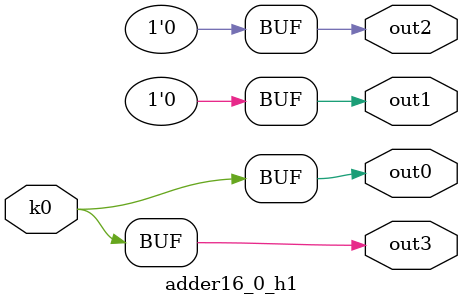
<source format=v>
module adder16_0(pi0, pi1, pi2, pi3, pi4, pi5, po0, po1, po2, po3);
input pi0, pi1, pi2, pi3, pi4, pi5;
output po0, po1, po2, po3;
wire k0;
adder16_0_w1 DUT1 (pi0, pi1, pi2, pi3, pi4, pi5, k0);
adder16_0_h1 DUT2 (k0, po0, po1, po2, po3);
endmodule

module adder16_0_w1(in5, in4, in3, in2, in1, in0, k0);
input in5, in4, in3, in2, in1, in0;
output k0;
assign k0 =   ~in5 ^ ~in2;
endmodule

module adder16_0_h1(k0, out3, out2, out1, out0);
input k0;
output out3, out2, out1, out0;
assign out0 = k0;
assign out1 = 0;
assign out2 = 0;
assign out3 = k0;
endmodule

</source>
